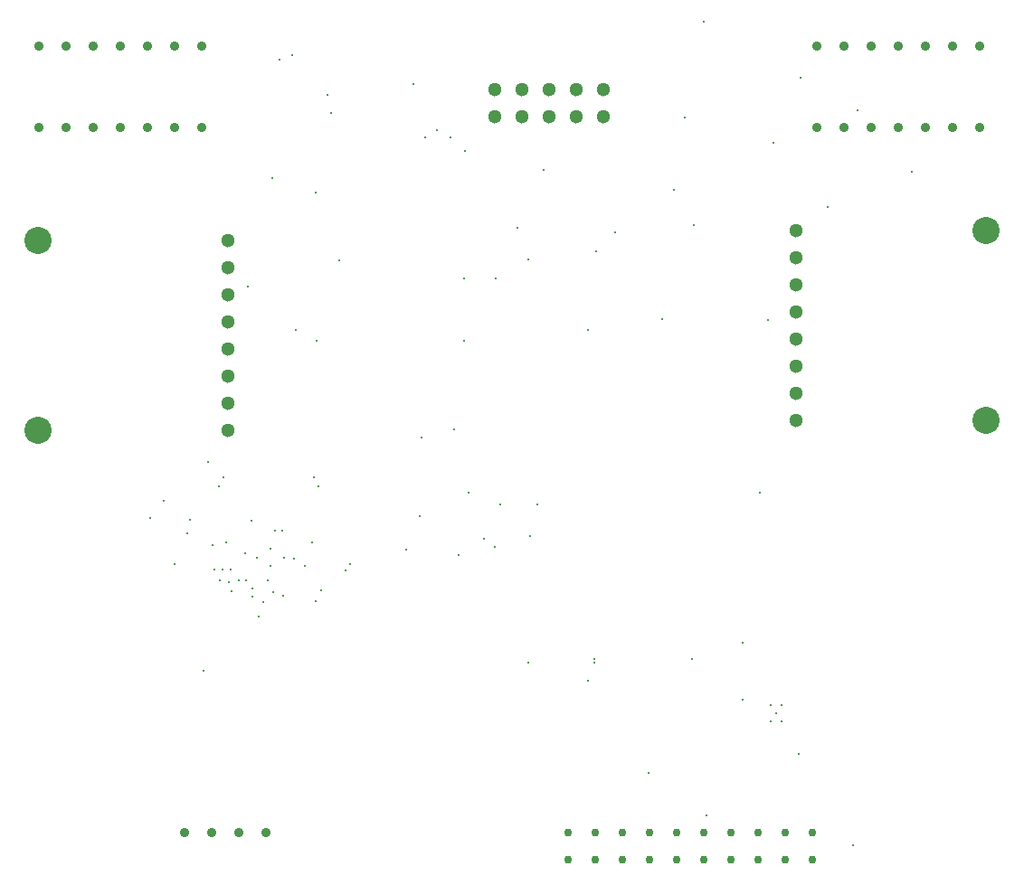
<source format=gbr>
%TF.GenerationSoftware,Altium Limited,Altium Designer,24.1.2 (44)*%
G04 Layer_Color=0*
%FSLAX45Y45*%
%MOMM*%
%TF.SameCoordinates,E01E6690-4C2E-4FB1-AE08-5A5A66155338*%
%TF.FilePolarity,Positive*%
%TF.FileFunction,Plated,1,2,PTH,Drill*%
%TF.Part,Single*%
G01*
G75*
%TA.AperFunction,ComponentDrill*%
%ADD87C,0.76200*%
%ADD88C,0.90000*%
%ADD89C,2.54000*%
%ADD90C,1.30000*%
%ADD91C,1.30000*%
%ADD92C,0.90000*%
%TA.AperFunction,ViaDrill,NotFilled*%
%ADD93C,0.20000*%
D87*
X10134590Y3581390D02*
D03*
X10388600Y3581400D02*
D03*
X10642600D02*
D03*
X10896600D02*
D03*
X11150600D02*
D03*
X11404600D02*
D03*
X11658590Y3581390D02*
D03*
X11912600Y3581400D02*
D03*
X12166600D02*
D03*
X12420600D02*
D03*
Y3327400D02*
D03*
X12166590Y3327390D02*
D03*
X11912600Y3327400D02*
D03*
X11658600D02*
D03*
X11404600D02*
D03*
X11150600D02*
D03*
X10896600D02*
D03*
X10642600D02*
D03*
X10388600D02*
D03*
X10134600D02*
D03*
D88*
X6540500Y3581400D02*
D03*
X6794500D02*
D03*
X7048500D02*
D03*
X7302500D02*
D03*
D89*
X5168900Y7353300D02*
D03*
X5169809Y9129212D02*
D03*
X14046201Y9220200D02*
D03*
X14045291Y7444288D02*
D03*
D90*
X6946900Y9131300D02*
D03*
Y8877300D02*
D03*
Y8623300D02*
D03*
Y8369300D02*
D03*
Y8115300D02*
D03*
Y7861300D02*
D03*
Y7607300D02*
D03*
Y7353300D02*
D03*
X12268200Y7442200D02*
D03*
Y7696200D02*
D03*
Y7950200D02*
D03*
Y8204200D02*
D03*
Y8458200D02*
D03*
Y8712200D02*
D03*
Y8966200D02*
D03*
Y9220200D02*
D03*
D91*
X10464800Y10541000D02*
D03*
X10210800D02*
D03*
X9956800D02*
D03*
X9702800D02*
D03*
X9448800D02*
D03*
Y10287000D02*
D03*
X9702800D02*
D03*
X9956800D02*
D03*
X10210810Y10287010D02*
D03*
X10464800Y10287000D02*
D03*
D92*
X12458700Y10185400D02*
D03*
X12712700D02*
D03*
X12966701D02*
D03*
X13220700D02*
D03*
X13474699D02*
D03*
X13728700D02*
D03*
X13982700D02*
D03*
X12458700Y10947400D02*
D03*
X12712700D02*
D03*
X12966701D02*
D03*
X13220700D02*
D03*
X13474699D02*
D03*
X13728700D02*
D03*
X13982700D02*
D03*
X5181600Y10185400D02*
D03*
X5435600D02*
D03*
X5689600D02*
D03*
X5943600D02*
D03*
X6197600D02*
D03*
X6451600D02*
D03*
X6705600D02*
D03*
X5181600Y10947400D02*
D03*
X5435600D02*
D03*
X5689600D02*
D03*
X5943600D02*
D03*
X6197600D02*
D03*
X6451600D02*
D03*
X6705600D02*
D03*
D93*
X7772400Y5753100D02*
D03*
X7734300Y6299200D02*
D03*
X7453581Y6413500D02*
D03*
X7391400D02*
D03*
X8092120Y6098540D02*
D03*
X6984647Y5841647D02*
D03*
X7175500Y5791200D02*
D03*
X7276358Y5743046D02*
D03*
X7321095Y5948029D02*
D03*
X7366662Y5831656D02*
D03*
X7467600Y5803900D02*
D03*
X7469911Y6160699D02*
D03*
X7214916D02*
D03*
X7342414Y6238199D02*
D03*
Y6083198D02*
D03*
X6972300Y6050600D02*
D03*
X6819900D02*
D03*
X6896100D02*
D03*
X6451600Y6096000D02*
D03*
X6959600Y5930900D02*
D03*
X7175500Y5867400D02*
D03*
X7119620Y5946140D02*
D03*
X7048500Y5943600D02*
D03*
X6870700D02*
D03*
X7167413Y6504300D02*
D03*
X6565900Y6388100D02*
D03*
X6807200Y6273800D02*
D03*
X6218240Y6527800D02*
D03*
X6928721Y6299199D02*
D03*
X7112000Y6198870D02*
D03*
X7823200Y5854700D02*
D03*
X9456420Y8773160D02*
D03*
X10395702Y9029182D02*
D03*
X6761952Y7051512D02*
D03*
X8763000Y7284400D02*
D03*
X8614542Y6230620D02*
D03*
X8046720Y6035040D02*
D03*
X9195704Y6764020D02*
D03*
X8740140Y6548120D02*
D03*
X7548880Y10866120D02*
D03*
X7564120Y6149340D02*
D03*
X7791856Y6822440D02*
D03*
X6861653D02*
D03*
X6908800Y6913880D02*
D03*
X7749540D02*
D03*
X9032474Y10096500D02*
D03*
X7430882Y10821782D02*
D03*
X11400902Y11176000D02*
D03*
X10375900Y5207000D02*
D03*
X9339580Y6337300D02*
D03*
X7236460Y5604510D02*
D03*
X7665720Y6080760D02*
D03*
X9445701Y6257442D02*
D03*
X9103360Y6179820D02*
D03*
X10375900Y5171440D02*
D03*
X9756140D02*
D03*
X6591300Y6515100D02*
D03*
X9062720Y7360920D02*
D03*
X9756140Y8948420D02*
D03*
X12839700Y10350500D02*
D03*
X9154160Y8773160D02*
D03*
X13350240Y9773920D02*
D03*
X10571480Y9204960D02*
D03*
X9773920Y6357620D02*
D03*
X6344920Y6687972D02*
D03*
X7881417Y10495077D02*
D03*
X6718300Y5100320D02*
D03*
X11310620Y9271000D02*
D03*
X8796020Y10096500D02*
D03*
X12288520Y4323080D02*
D03*
X12560300Y9442450D02*
D03*
X7129780Y8699500D02*
D03*
X11007090Y8394700D02*
D03*
X7990840Y8940800D02*
D03*
X12001500Y8380730D02*
D03*
X12796520Y3467100D02*
D03*
X8905240Y10165080D02*
D03*
X9495704Y6657340D02*
D03*
X9841230D02*
D03*
X11291570Y5207000D02*
D03*
X11219180Y10276840D02*
D03*
X11122660Y9606280D02*
D03*
X12052300Y10043160D02*
D03*
X10883900Y4137660D02*
D03*
X11922760Y6766560D02*
D03*
X10314940Y5006340D02*
D03*
X12303760Y10655300D02*
D03*
X9654540Y9245600D02*
D03*
X9898380Y9786620D02*
D03*
X8679180Y10591800D02*
D03*
X9167815Y9969500D02*
D03*
X7771201Y9573260D02*
D03*
X7358380Y9712960D02*
D03*
X7912618Y10319502D02*
D03*
X11422380Y3746500D02*
D03*
X7581900Y8293100D02*
D03*
X10317480D02*
D03*
X11762740Y5360599D02*
D03*
Y4824730D02*
D03*
X7777099Y8191500D02*
D03*
X9156700D02*
D03*
X12077700Y4699000D02*
D03*
X12027703Y4623999D02*
D03*
X12127702D02*
D03*
Y4774001D02*
D03*
X12027703D02*
D03*
%TF.MD5,688d243bd3cf096fe5e097567d8169b7*%
M02*

</source>
